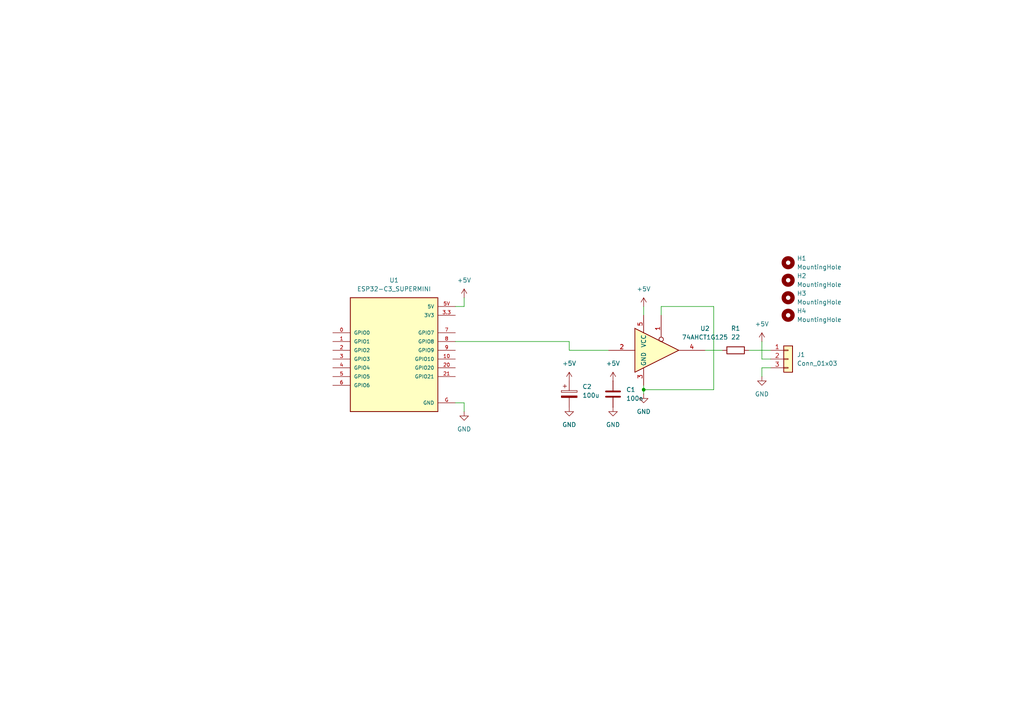
<source format=kicad_sch>
(kicad_sch
	(version 20231120)
	(generator "eeschema")
	(generator_version "8.0")
	(uuid "ffabe0a0-0b00-4fed-9a2f-df172507db8f")
	(paper "A4")
	(lib_symbols
		(symbol "74xGxx:74AHCT1G125"
			(exclude_from_sim no)
			(in_bom yes)
			(on_board yes)
			(property "Reference" "U"
				(at -2.54 3.81 0)
				(effects
					(font
						(size 1.27 1.27)
					)
				)
			)
			(property "Value" "74AHCT1G125"
				(at 0 -3.81 0)
				(effects
					(font
						(size 1.27 1.27)
					)
				)
			)
			(property "Footprint" ""
				(at 0 0 0)
				(effects
					(font
						(size 1.27 1.27)
					)
					(hide yes)
				)
			)
			(property "Datasheet" "http://www.ti.com/lit/sg/scyt129e/scyt129e.pdf"
				(at 0 0 0)
				(effects
					(font
						(size 1.27 1.27)
					)
					(hide yes)
				)
			)
			(property "Description" "Single Buffer Gate Tri-State, Low-Voltage CMOS"
				(at 0 0 0)
				(effects
					(font
						(size 1.27 1.27)
					)
					(hide yes)
				)
			)
			(property "ki_keywords" "Single Gate Buff Tri-State LVC CMOS"
				(at 0 0 0)
				(effects
					(font
						(size 1.27 1.27)
					)
					(hide yes)
				)
			)
			(property "ki_fp_filters" "SOT* SG-*"
				(at 0 0 0)
				(effects
					(font
						(size 1.27 1.27)
					)
					(hide yes)
				)
			)
			(symbol "74AHCT1G125_0_1"
				(polyline
					(pts
						(xy -7.62 6.35) (xy -7.62 -6.35) (xy 5.08 0) (xy -7.62 6.35)
					)
					(stroke
						(width 0.254)
						(type default)
					)
					(fill
						(type background)
					)
				)
			)
			(symbol "74AHCT1G125_1_1"
				(pin input inverted
					(at 0 10.16 270)
					(length 7.62)
					(name "~"
						(effects
							(font
								(size 1.27 1.27)
							)
						)
					)
					(number "1"
						(effects
							(font
								(size 1.27 1.27)
							)
						)
					)
				)
				(pin input line
					(at -15.24 0 0)
					(length 7.62)
					(name "~"
						(effects
							(font
								(size 1.27 1.27)
							)
						)
					)
					(number "2"
						(effects
							(font
								(size 1.27 1.27)
							)
						)
					)
				)
				(pin power_in line
					(at -5.08 -10.16 90)
					(length 5.08)
					(name "GND"
						(effects
							(font
								(size 1.27 1.27)
							)
						)
					)
					(number "3"
						(effects
							(font
								(size 1.27 1.27)
							)
						)
					)
				)
				(pin tri_state line
					(at 12.7 0 180)
					(length 7.62)
					(name "~"
						(effects
							(font
								(size 1.27 1.27)
							)
						)
					)
					(number "4"
						(effects
							(font
								(size 1.27 1.27)
							)
						)
					)
				)
				(pin power_in line
					(at -5.08 10.16 270)
					(length 5.08)
					(name "VCC"
						(effects
							(font
								(size 1.27 1.27)
							)
						)
					)
					(number "5"
						(effects
							(font
								(size 1.27 1.27)
							)
						)
					)
				)
			)
		)
		(symbol "Connector_Generic:Conn_01x03"
			(pin_names
				(offset 1.016) hide)
			(exclude_from_sim no)
			(in_bom yes)
			(on_board yes)
			(property "Reference" "J"
				(at 0 5.08 0)
				(effects
					(font
						(size 1.27 1.27)
					)
				)
			)
			(property "Value" "Conn_01x03"
				(at 0 -5.08 0)
				(effects
					(font
						(size 1.27 1.27)
					)
				)
			)
			(property "Footprint" ""
				(at 0 0 0)
				(effects
					(font
						(size 1.27 1.27)
					)
					(hide yes)
				)
			)
			(property "Datasheet" "~"
				(at 0 0 0)
				(effects
					(font
						(size 1.27 1.27)
					)
					(hide yes)
				)
			)
			(property "Description" "Generic connector, single row, 01x03, script generated (kicad-library-utils/schlib/autogen/connector/)"
				(at 0 0 0)
				(effects
					(font
						(size 1.27 1.27)
					)
					(hide yes)
				)
			)
			(property "ki_keywords" "connector"
				(at 0 0 0)
				(effects
					(font
						(size 1.27 1.27)
					)
					(hide yes)
				)
			)
			(property "ki_fp_filters" "Connector*:*_1x??_*"
				(at 0 0 0)
				(effects
					(font
						(size 1.27 1.27)
					)
					(hide yes)
				)
			)
			(symbol "Conn_01x03_1_1"
				(rectangle
					(start -1.27 -2.413)
					(end 0 -2.667)
					(stroke
						(width 0.1524)
						(type default)
					)
					(fill
						(type none)
					)
				)
				(rectangle
					(start -1.27 0.127)
					(end 0 -0.127)
					(stroke
						(width 0.1524)
						(type default)
					)
					(fill
						(type none)
					)
				)
				(rectangle
					(start -1.27 2.667)
					(end 0 2.413)
					(stroke
						(width 0.1524)
						(type default)
					)
					(fill
						(type none)
					)
				)
				(rectangle
					(start -1.27 3.81)
					(end 1.27 -3.81)
					(stroke
						(width 0.254)
						(type default)
					)
					(fill
						(type background)
					)
				)
				(pin passive line
					(at -5.08 2.54 0)
					(length 3.81)
					(name "Pin_1"
						(effects
							(font
								(size 1.27 1.27)
							)
						)
					)
					(number "1"
						(effects
							(font
								(size 1.27 1.27)
							)
						)
					)
				)
				(pin passive line
					(at -5.08 0 0)
					(length 3.81)
					(name "Pin_2"
						(effects
							(font
								(size 1.27 1.27)
							)
						)
					)
					(number "2"
						(effects
							(font
								(size 1.27 1.27)
							)
						)
					)
				)
				(pin passive line
					(at -5.08 -2.54 0)
					(length 3.81)
					(name "Pin_3"
						(effects
							(font
								(size 1.27 1.27)
							)
						)
					)
					(number "3"
						(effects
							(font
								(size 1.27 1.27)
							)
						)
					)
				)
			)
		)
		(symbol "Device:C"
			(pin_numbers hide)
			(pin_names
				(offset 0.254)
			)
			(exclude_from_sim no)
			(in_bom yes)
			(on_board yes)
			(property "Reference" "C"
				(at 0.635 2.54 0)
				(effects
					(font
						(size 1.27 1.27)
					)
					(justify left)
				)
			)
			(property "Value" "C"
				(at 0.635 -2.54 0)
				(effects
					(font
						(size 1.27 1.27)
					)
					(justify left)
				)
			)
			(property "Footprint" ""
				(at 0.9652 -3.81 0)
				(effects
					(font
						(size 1.27 1.27)
					)
					(hide yes)
				)
			)
			(property "Datasheet" "~"
				(at 0 0 0)
				(effects
					(font
						(size 1.27 1.27)
					)
					(hide yes)
				)
			)
			(property "Description" "Unpolarized capacitor"
				(at 0 0 0)
				(effects
					(font
						(size 1.27 1.27)
					)
					(hide yes)
				)
			)
			(property "ki_keywords" "cap capacitor"
				(at 0 0 0)
				(effects
					(font
						(size 1.27 1.27)
					)
					(hide yes)
				)
			)
			(property "ki_fp_filters" "C_*"
				(at 0 0 0)
				(effects
					(font
						(size 1.27 1.27)
					)
					(hide yes)
				)
			)
			(symbol "C_0_1"
				(polyline
					(pts
						(xy -2.032 -0.762) (xy 2.032 -0.762)
					)
					(stroke
						(width 0.508)
						(type default)
					)
					(fill
						(type none)
					)
				)
				(polyline
					(pts
						(xy -2.032 0.762) (xy 2.032 0.762)
					)
					(stroke
						(width 0.508)
						(type default)
					)
					(fill
						(type none)
					)
				)
			)
			(symbol "C_1_1"
				(pin passive line
					(at 0 3.81 270)
					(length 2.794)
					(name "~"
						(effects
							(font
								(size 1.27 1.27)
							)
						)
					)
					(number "1"
						(effects
							(font
								(size 1.27 1.27)
							)
						)
					)
				)
				(pin passive line
					(at 0 -3.81 90)
					(length 2.794)
					(name "~"
						(effects
							(font
								(size 1.27 1.27)
							)
						)
					)
					(number "2"
						(effects
							(font
								(size 1.27 1.27)
							)
						)
					)
				)
			)
		)
		(symbol "Device:C_Polarized"
			(pin_numbers hide)
			(pin_names
				(offset 0.254)
			)
			(exclude_from_sim no)
			(in_bom yes)
			(on_board yes)
			(property "Reference" "C"
				(at 0.635 2.54 0)
				(effects
					(font
						(size 1.27 1.27)
					)
					(justify left)
				)
			)
			(property "Value" "C_Polarized"
				(at 0.635 -2.54 0)
				(effects
					(font
						(size 1.27 1.27)
					)
					(justify left)
				)
			)
			(property "Footprint" ""
				(at 0.9652 -3.81 0)
				(effects
					(font
						(size 1.27 1.27)
					)
					(hide yes)
				)
			)
			(property "Datasheet" "~"
				(at 0 0 0)
				(effects
					(font
						(size 1.27 1.27)
					)
					(hide yes)
				)
			)
			(property "Description" "Polarized capacitor"
				(at 0 0 0)
				(effects
					(font
						(size 1.27 1.27)
					)
					(hide yes)
				)
			)
			(property "ki_keywords" "cap capacitor"
				(at 0 0 0)
				(effects
					(font
						(size 1.27 1.27)
					)
					(hide yes)
				)
			)
			(property "ki_fp_filters" "CP_*"
				(at 0 0 0)
				(effects
					(font
						(size 1.27 1.27)
					)
					(hide yes)
				)
			)
			(symbol "C_Polarized_0_1"
				(rectangle
					(start -2.286 0.508)
					(end 2.286 1.016)
					(stroke
						(width 0)
						(type default)
					)
					(fill
						(type none)
					)
				)
				(polyline
					(pts
						(xy -1.778 2.286) (xy -0.762 2.286)
					)
					(stroke
						(width 0)
						(type default)
					)
					(fill
						(type none)
					)
				)
				(polyline
					(pts
						(xy -1.27 2.794) (xy -1.27 1.778)
					)
					(stroke
						(width 0)
						(type default)
					)
					(fill
						(type none)
					)
				)
				(rectangle
					(start 2.286 -0.508)
					(end -2.286 -1.016)
					(stroke
						(width 0)
						(type default)
					)
					(fill
						(type outline)
					)
				)
			)
			(symbol "C_Polarized_1_1"
				(pin passive line
					(at 0 3.81 270)
					(length 2.794)
					(name "~"
						(effects
							(font
								(size 1.27 1.27)
							)
						)
					)
					(number "1"
						(effects
							(font
								(size 1.27 1.27)
							)
						)
					)
				)
				(pin passive line
					(at 0 -3.81 90)
					(length 2.794)
					(name "~"
						(effects
							(font
								(size 1.27 1.27)
							)
						)
					)
					(number "2"
						(effects
							(font
								(size 1.27 1.27)
							)
						)
					)
				)
			)
		)
		(symbol "Device:R"
			(pin_numbers hide)
			(pin_names
				(offset 0)
			)
			(exclude_from_sim no)
			(in_bom yes)
			(on_board yes)
			(property "Reference" "R"
				(at 2.032 0 90)
				(effects
					(font
						(size 1.27 1.27)
					)
				)
			)
			(property "Value" "R"
				(at 0 0 90)
				(effects
					(font
						(size 1.27 1.27)
					)
				)
			)
			(property "Footprint" ""
				(at -1.778 0 90)
				(effects
					(font
						(size 1.27 1.27)
					)
					(hide yes)
				)
			)
			(property "Datasheet" "~"
				(at 0 0 0)
				(effects
					(font
						(size 1.27 1.27)
					)
					(hide yes)
				)
			)
			(property "Description" "Resistor"
				(at 0 0 0)
				(effects
					(font
						(size 1.27 1.27)
					)
					(hide yes)
				)
			)
			(property "ki_keywords" "R res resistor"
				(at 0 0 0)
				(effects
					(font
						(size 1.27 1.27)
					)
					(hide yes)
				)
			)
			(property "ki_fp_filters" "R_*"
				(at 0 0 0)
				(effects
					(font
						(size 1.27 1.27)
					)
					(hide yes)
				)
			)
			(symbol "R_0_1"
				(rectangle
					(start -1.016 -2.54)
					(end 1.016 2.54)
					(stroke
						(width 0.254)
						(type default)
					)
					(fill
						(type none)
					)
				)
			)
			(symbol "R_1_1"
				(pin passive line
					(at 0 3.81 270)
					(length 1.27)
					(name "~"
						(effects
							(font
								(size 1.27 1.27)
							)
						)
					)
					(number "1"
						(effects
							(font
								(size 1.27 1.27)
							)
						)
					)
				)
				(pin passive line
					(at 0 -3.81 90)
					(length 1.27)
					(name "~"
						(effects
							(font
								(size 1.27 1.27)
							)
						)
					)
					(number "2"
						(effects
							(font
								(size 1.27 1.27)
							)
						)
					)
				)
			)
		)
		(symbol "ESP32-C3_SUPERMINI:ESP32-C3_SUPERMINI"
			(pin_names
				(offset 1.016)
			)
			(exclude_from_sim no)
			(in_bom yes)
			(on_board yes)
			(property "Reference" "U"
				(at -12.7 16.002 0)
				(effects
					(font
						(size 1.27 1.27)
					)
					(justify left bottom)
				)
			)
			(property "Value" "ESP32-C3_SUPERMINI"
				(at -12.7 -20.32 0)
				(effects
					(font
						(size 1.27 1.27)
					)
					(justify left bottom)
				)
			)
			(property "Footprint" "ESP32-C3_SUPERMINI:MODULE_ESP32-C3_SUPERMINI"
				(at 0 0 0)
				(effects
					(font
						(size 1.27 1.27)
					)
					(justify bottom)
					(hide yes)
				)
			)
			(property "Datasheet" ""
				(at 0 0 0)
				(effects
					(font
						(size 1.27 1.27)
					)
					(hide yes)
				)
			)
			(property "Description" ""
				(at 0 0 0)
				(effects
					(font
						(size 1.27 1.27)
					)
					(hide yes)
				)
			)
			(property "MF" "Espressif Systems"
				(at 0 0 0)
				(effects
					(font
						(size 1.27 1.27)
					)
					(justify bottom)
					(hide yes)
				)
			)
			(property "MAXIMUM_PACKAGE_HEIGHT" "4.2mm"
				(at 0 0 0)
				(effects
					(font
						(size 1.27 1.27)
					)
					(justify bottom)
					(hide yes)
				)
			)
			(property "Package" "Package"
				(at 0 0 0)
				(effects
					(font
						(size 1.27 1.27)
					)
					(justify bottom)
					(hide yes)
				)
			)
			(property "Price" "None"
				(at 0 0 0)
				(effects
					(font
						(size 1.27 1.27)
					)
					(justify bottom)
					(hide yes)
				)
			)
			(property "Check_prices" "https://www.snapeda.com/parts/ESP32-C3%20SuperMini/Espressif+Systems/view-part/?ref=eda"
				(at 0 0 0)
				(effects
					(font
						(size 1.27 1.27)
					)
					(justify bottom)
					(hide yes)
				)
			)
			(property "STANDARD" "Manufacturer Recommendations"
				(at 0 0 0)
				(effects
					(font
						(size 1.27 1.27)
					)
					(justify bottom)
					(hide yes)
				)
			)
			(property "PARTREV" ""
				(at 0 0 0)
				(effects
					(font
						(size 1.27 1.27)
					)
					(justify bottom)
					(hide yes)
				)
			)
			(property "SnapEDA_Link" "https://www.snapeda.com/parts/ESP32-C3%20SuperMini/Espressif+Systems/view-part/?ref=snap"
				(at 0 0 0)
				(effects
					(font
						(size 1.27 1.27)
					)
					(justify bottom)
					(hide yes)
				)
			)
			(property "MP" "ESP32-C3 SuperMini"
				(at 0 0 0)
				(effects
					(font
						(size 1.27 1.27)
					)
					(justify bottom)
					(hide yes)
				)
			)
			(property "Description_1" "\nSuper tiny ESP32-C3 board\n"
				(at 0 0 0)
				(effects
					(font
						(size 1.27 1.27)
					)
					(justify bottom)
					(hide yes)
				)
			)
			(property "Availability" "Not in stock"
				(at 0 0 0)
				(effects
					(font
						(size 1.27 1.27)
					)
					(justify bottom)
					(hide yes)
				)
			)
			(property "MANUFACTURER" "Espressif"
				(at 0 0 0)
				(effects
					(font
						(size 1.27 1.27)
					)
					(justify bottom)
					(hide yes)
				)
			)
			(symbol "ESP32-C3_SUPERMINI_0_0"
				(rectangle
					(start -12.7 -17.78)
					(end 12.7 15.24)
					(stroke
						(width 0.254)
						(type default)
					)
					(fill
						(type background)
					)
				)
				(pin bidirectional line
					(at -17.78 5.08 0)
					(length 5.08)
					(name "GPIO0"
						(effects
							(font
								(size 1.016 1.016)
							)
						)
					)
					(number "0"
						(effects
							(font
								(size 1.016 1.016)
							)
						)
					)
				)
				(pin bidirectional line
					(at -17.78 2.54 0)
					(length 5.08)
					(name "GPIO1"
						(effects
							(font
								(size 1.016 1.016)
							)
						)
					)
					(number "1"
						(effects
							(font
								(size 1.016 1.016)
							)
						)
					)
				)
				(pin bidirectional line
					(at 17.78 -2.54 180)
					(length 5.08)
					(name "GPIO10"
						(effects
							(font
								(size 1.016 1.016)
							)
						)
					)
					(number "10"
						(effects
							(font
								(size 1.016 1.016)
							)
						)
					)
				)
				(pin bidirectional line
					(at -17.78 0 0)
					(length 5.08)
					(name "GPIO2"
						(effects
							(font
								(size 1.016 1.016)
							)
						)
					)
					(number "2"
						(effects
							(font
								(size 1.016 1.016)
							)
						)
					)
				)
				(pin bidirectional line
					(at 17.78 -5.08 180)
					(length 5.08)
					(name "GPIO20"
						(effects
							(font
								(size 1.016 1.016)
							)
						)
					)
					(number "20"
						(effects
							(font
								(size 1.016 1.016)
							)
						)
					)
				)
				(pin bidirectional line
					(at 17.78 -7.62 180)
					(length 5.08)
					(name "GPIO21"
						(effects
							(font
								(size 1.016 1.016)
							)
						)
					)
					(number "21"
						(effects
							(font
								(size 1.016 1.016)
							)
						)
					)
				)
				(pin bidirectional line
					(at -17.78 -2.54 0)
					(length 5.08)
					(name "GPIO3"
						(effects
							(font
								(size 1.016 1.016)
							)
						)
					)
					(number "3"
						(effects
							(font
								(size 1.016 1.016)
							)
						)
					)
				)
				(pin power_in line
					(at 17.78 10.16 180)
					(length 5.08)
					(name "3V3"
						(effects
							(font
								(size 1.016 1.016)
							)
						)
					)
					(number "3.3"
						(effects
							(font
								(size 1.016 1.016)
							)
						)
					)
				)
				(pin bidirectional line
					(at -17.78 -5.08 0)
					(length 5.08)
					(name "GPIO4"
						(effects
							(font
								(size 1.016 1.016)
							)
						)
					)
					(number "4"
						(effects
							(font
								(size 1.016 1.016)
							)
						)
					)
				)
				(pin bidirectional line
					(at -17.78 -7.62 0)
					(length 5.08)
					(name "GPIO5"
						(effects
							(font
								(size 1.016 1.016)
							)
						)
					)
					(number "5"
						(effects
							(font
								(size 1.016 1.016)
							)
						)
					)
				)
				(pin power_in line
					(at 17.78 12.7 180)
					(length 5.08)
					(name "5V"
						(effects
							(font
								(size 1.016 1.016)
							)
						)
					)
					(number "5V"
						(effects
							(font
								(size 1.016 1.016)
							)
						)
					)
				)
				(pin bidirectional line
					(at -17.78 -10.16 0)
					(length 5.08)
					(name "GPIO6"
						(effects
							(font
								(size 1.016 1.016)
							)
						)
					)
					(number "6"
						(effects
							(font
								(size 1.016 1.016)
							)
						)
					)
				)
				(pin bidirectional line
					(at 17.78 5.08 180)
					(length 5.08)
					(name "GPIO7"
						(effects
							(font
								(size 1.016 1.016)
							)
						)
					)
					(number "7"
						(effects
							(font
								(size 1.016 1.016)
							)
						)
					)
				)
				(pin bidirectional line
					(at 17.78 2.54 180)
					(length 5.08)
					(name "GPIO8"
						(effects
							(font
								(size 1.016 1.016)
							)
						)
					)
					(number "8"
						(effects
							(font
								(size 1.016 1.016)
							)
						)
					)
				)
				(pin bidirectional line
					(at 17.78 0 180)
					(length 5.08)
					(name "GPIO9"
						(effects
							(font
								(size 1.016 1.016)
							)
						)
					)
					(number "9"
						(effects
							(font
								(size 1.016 1.016)
							)
						)
					)
				)
				(pin power_in line
					(at 17.78 -15.24 180)
					(length 5.08)
					(name "GND"
						(effects
							(font
								(size 1.016 1.016)
							)
						)
					)
					(number "G"
						(effects
							(font
								(size 1.016 1.016)
							)
						)
					)
				)
			)
		)
		(symbol "Mechanical:MountingHole"
			(pin_names
				(offset 1.016)
			)
			(exclude_from_sim yes)
			(in_bom no)
			(on_board yes)
			(property "Reference" "H"
				(at 0 5.08 0)
				(effects
					(font
						(size 1.27 1.27)
					)
				)
			)
			(property "Value" "MountingHole"
				(at 0 3.175 0)
				(effects
					(font
						(size 1.27 1.27)
					)
				)
			)
			(property "Footprint" ""
				(at 0 0 0)
				(effects
					(font
						(size 1.27 1.27)
					)
					(hide yes)
				)
			)
			(property "Datasheet" "~"
				(at 0 0 0)
				(effects
					(font
						(size 1.27 1.27)
					)
					(hide yes)
				)
			)
			(property "Description" "Mounting Hole without connection"
				(at 0 0 0)
				(effects
					(font
						(size 1.27 1.27)
					)
					(hide yes)
				)
			)
			(property "ki_keywords" "mounting hole"
				(at 0 0 0)
				(effects
					(font
						(size 1.27 1.27)
					)
					(hide yes)
				)
			)
			(property "ki_fp_filters" "MountingHole*"
				(at 0 0 0)
				(effects
					(font
						(size 1.27 1.27)
					)
					(hide yes)
				)
			)
			(symbol "MountingHole_0_1"
				(circle
					(center 0 0)
					(radius 1.27)
					(stroke
						(width 1.27)
						(type default)
					)
					(fill
						(type none)
					)
				)
			)
		)
		(symbol "power:+5V"
			(power)
			(pin_numbers hide)
			(pin_names
				(offset 0) hide)
			(exclude_from_sim no)
			(in_bom yes)
			(on_board yes)
			(property "Reference" "#PWR"
				(at 0 -3.81 0)
				(effects
					(font
						(size 1.27 1.27)
					)
					(hide yes)
				)
			)
			(property "Value" "+5V"
				(at 0 3.556 0)
				(effects
					(font
						(size 1.27 1.27)
					)
				)
			)
			(property "Footprint" ""
				(at 0 0 0)
				(effects
					(font
						(size 1.27 1.27)
					)
					(hide yes)
				)
			)
			(property "Datasheet" ""
				(at 0 0 0)
				(effects
					(font
						(size 1.27 1.27)
					)
					(hide yes)
				)
			)
			(property "Description" "Power symbol creates a global label with name \"+5V\""
				(at 0 0 0)
				(effects
					(font
						(size 1.27 1.27)
					)
					(hide yes)
				)
			)
			(property "ki_keywords" "global power"
				(at 0 0 0)
				(effects
					(font
						(size 1.27 1.27)
					)
					(hide yes)
				)
			)
			(symbol "+5V_0_1"
				(polyline
					(pts
						(xy -0.762 1.27) (xy 0 2.54)
					)
					(stroke
						(width 0)
						(type default)
					)
					(fill
						(type none)
					)
				)
				(polyline
					(pts
						(xy 0 0) (xy 0 2.54)
					)
					(stroke
						(width 0)
						(type default)
					)
					(fill
						(type none)
					)
				)
				(polyline
					(pts
						(xy 0 2.54) (xy 0.762 1.27)
					)
					(stroke
						(width 0)
						(type default)
					)
					(fill
						(type none)
					)
				)
			)
			(symbol "+5V_1_1"
				(pin power_in line
					(at 0 0 90)
					(length 0)
					(name "~"
						(effects
							(font
								(size 1.27 1.27)
							)
						)
					)
					(number "1"
						(effects
							(font
								(size 1.27 1.27)
							)
						)
					)
				)
			)
		)
		(symbol "power:GND"
			(power)
			(pin_numbers hide)
			(pin_names
				(offset 0) hide)
			(exclude_from_sim no)
			(in_bom yes)
			(on_board yes)
			(property "Reference" "#PWR"
				(at 0 -6.35 0)
				(effects
					(font
						(size 1.27 1.27)
					)
					(hide yes)
				)
			)
			(property "Value" "GND"
				(at 0 -3.81 0)
				(effects
					(font
						(size 1.27 1.27)
					)
				)
			)
			(property "Footprint" ""
				(at 0 0 0)
				(effects
					(font
						(size 1.27 1.27)
					)
					(hide yes)
				)
			)
			(property "Datasheet" ""
				(at 0 0 0)
				(effects
					(font
						(size 1.27 1.27)
					)
					(hide yes)
				)
			)
			(property "Description" "Power symbol creates a global label with name \"GND\" , ground"
				(at 0 0 0)
				(effects
					(font
						(size 1.27 1.27)
					)
					(hide yes)
				)
			)
			(property "ki_keywords" "global power"
				(at 0 0 0)
				(effects
					(font
						(size 1.27 1.27)
					)
					(hide yes)
				)
			)
			(symbol "GND_0_1"
				(polyline
					(pts
						(xy 0 0) (xy 0 -1.27) (xy 1.27 -1.27) (xy 0 -2.54) (xy -1.27 -1.27) (xy 0 -1.27)
					)
					(stroke
						(width 0)
						(type default)
					)
					(fill
						(type none)
					)
				)
			)
			(symbol "GND_1_1"
				(pin power_in line
					(at 0 0 270)
					(length 0)
					(name "~"
						(effects
							(font
								(size 1.27 1.27)
							)
						)
					)
					(number "1"
						(effects
							(font
								(size 1.27 1.27)
							)
						)
					)
				)
			)
		)
	)
	(junction
		(at 186.69 113.03)
		(diameter 0)
		(color 0 0 0 0)
		(uuid "19f6fb98-5076-43a0-adeb-293802cda041")
	)
	(wire
		(pts
			(xy 220.98 106.68) (xy 220.98 109.22)
		)
		(stroke
			(width 0)
			(type default)
		)
		(uuid "08fe36fa-943e-489f-9963-3fae039cfd7a")
	)
	(wire
		(pts
			(xy 132.08 116.84) (xy 134.62 116.84)
		)
		(stroke
			(width 0)
			(type default)
		)
		(uuid "119b26e0-d8bf-4b88-8cdd-5f4079dfc17d")
	)
	(wire
		(pts
			(xy 165.1 101.6) (xy 176.53 101.6)
		)
		(stroke
			(width 0)
			(type default)
		)
		(uuid "16e38734-3bd2-4d5e-831b-4007b9ae498f")
	)
	(wire
		(pts
			(xy 134.62 88.9) (xy 134.62 86.36)
		)
		(stroke
			(width 0)
			(type default)
		)
		(uuid "19cfeb4a-5bca-44aa-ad25-5098b1305891")
	)
	(wire
		(pts
			(xy 223.52 106.68) (xy 220.98 106.68)
		)
		(stroke
			(width 0)
			(type default)
		)
		(uuid "2512d965-31f0-41c0-9978-92d06872c738")
	)
	(wire
		(pts
			(xy 204.47 101.6) (xy 209.55 101.6)
		)
		(stroke
			(width 0)
			(type default)
		)
		(uuid "28235259-3985-4901-893e-efdc52cb593a")
	)
	(wire
		(pts
			(xy 186.69 88.9) (xy 186.69 91.44)
		)
		(stroke
			(width 0)
			(type default)
		)
		(uuid "2d1bcc0a-be7d-414a-935b-4ea9c3074228")
	)
	(wire
		(pts
			(xy 165.1 99.06) (xy 165.1 101.6)
		)
		(stroke
			(width 0)
			(type default)
		)
		(uuid "447ff8f5-b4d3-44c3-a548-116d238823e5")
	)
	(wire
		(pts
			(xy 217.17 101.6) (xy 223.52 101.6)
		)
		(stroke
			(width 0)
			(type default)
		)
		(uuid "46815518-51c7-43ce-8696-82fe06964c18")
	)
	(wire
		(pts
			(xy 186.69 111.76) (xy 186.69 113.03)
		)
		(stroke
			(width 0)
			(type default)
		)
		(uuid "59606476-716a-476e-957a-c26239fa132b")
	)
	(wire
		(pts
			(xy 191.77 91.44) (xy 191.77 88.9)
		)
		(stroke
			(width 0)
			(type default)
		)
		(uuid "64ee6ae9-2665-4d66-a778-bacc3d2c5b96")
	)
	(wire
		(pts
			(xy 191.77 88.9) (xy 207.01 88.9)
		)
		(stroke
			(width 0)
			(type default)
		)
		(uuid "835f5610-ce73-470b-b16a-b62702112cc7")
	)
	(wire
		(pts
			(xy 220.98 104.14) (xy 220.98 99.06)
		)
		(stroke
			(width 0)
			(type default)
		)
		(uuid "9644a00d-31b9-4b7c-9fb7-5ed8ffda013e")
	)
	(wire
		(pts
			(xy 223.52 104.14) (xy 220.98 104.14)
		)
		(stroke
			(width 0)
			(type default)
		)
		(uuid "be81694c-73bd-49e8-8054-850d71144703")
	)
	(wire
		(pts
			(xy 207.01 113.03) (xy 186.69 113.03)
		)
		(stroke
			(width 0)
			(type default)
		)
		(uuid "c9d94915-e290-45ea-a41b-ed35f506f49e")
	)
	(wire
		(pts
			(xy 207.01 88.9) (xy 207.01 113.03)
		)
		(stroke
			(width 0)
			(type default)
		)
		(uuid "cdbb0f23-000d-4da5-a650-d2d92db772e7")
	)
	(wire
		(pts
			(xy 186.69 113.03) (xy 186.69 114.3)
		)
		(stroke
			(width 0)
			(type default)
		)
		(uuid "d25c657c-b249-406f-a282-b4ca42fc0ef8")
	)
	(wire
		(pts
			(xy 132.08 99.06) (xy 165.1 99.06)
		)
		(stroke
			(width 0)
			(type default)
		)
		(uuid "d8c9db52-5005-441c-927c-6c03d427b646")
	)
	(wire
		(pts
			(xy 134.62 116.84) (xy 134.62 119.38)
		)
		(stroke
			(width 0)
			(type default)
		)
		(uuid "ee3be7d6-68aa-4660-a36e-1791f7efa668")
	)
	(wire
		(pts
			(xy 132.08 88.9) (xy 134.62 88.9)
		)
		(stroke
			(width 0)
			(type default)
		)
		(uuid "f4bbe081-a339-4c03-ac15-079f2986dcec")
	)
	(symbol
		(lib_id "power:GND")
		(at 177.8 118.11 0)
		(unit 1)
		(exclude_from_sim no)
		(in_bom yes)
		(on_board yes)
		(dnp no)
		(fields_autoplaced yes)
		(uuid "0707cdc9-1218-4bc6-87c0-092014879549")
		(property "Reference" "#PWR07"
			(at 177.8 124.46 0)
			(effects
				(font
					(size 1.27 1.27)
				)
				(hide yes)
			)
		)
		(property "Value" "GND"
			(at 177.8 123.19 0)
			(effects
				(font
					(size 1.27 1.27)
				)
			)
		)
		(property "Footprint" ""
			(at 177.8 118.11 0)
			(effects
				(font
					(size 1.27 1.27)
				)
				(hide yes)
			)
		)
		(property "Datasheet" ""
			(at 177.8 118.11 0)
			(effects
				(font
					(size 1.27 1.27)
				)
				(hide yes)
			)
		)
		(property "Description" "Power symbol creates a global label with name \"GND\" , ground"
			(at 177.8 118.11 0)
			(effects
				(font
					(size 1.27 1.27)
				)
				(hide yes)
			)
		)
		(pin "1"
			(uuid "eb823bc0-a25d-4c2c-a6f3-49663f4ca339")
		)
		(instances
			(project "esp32c3-wled"
				(path "/ffabe0a0-0b00-4fed-9a2f-df172507db8f"
					(reference "#PWR07")
					(unit 1)
				)
			)
		)
	)
	(symbol
		(lib_id "74xGxx:74AHCT1G125")
		(at 191.77 101.6 0)
		(unit 1)
		(exclude_from_sim no)
		(in_bom yes)
		(on_board yes)
		(dnp no)
		(fields_autoplaced yes)
		(uuid "0d9543f7-bcbc-4c5b-bc52-408c2d30bfa0")
		(property "Reference" "U2"
			(at 204.47 95.2814 0)
			(effects
				(font
					(size 1.27 1.27)
				)
			)
		)
		(property "Value" "74AHCT1G125"
			(at 204.47 97.8214 0)
			(effects
				(font
					(size 1.27 1.27)
				)
			)
		)
		(property "Footprint" "Package_TO_SOT_SMD:SOT-353_SC-70-5"
			(at 191.77 101.6 0)
			(effects
				(font
					(size 1.27 1.27)
				)
				(hide yes)
			)
		)
		(property "Datasheet" "http://www.ti.com/lit/sg/scyt129e/scyt129e.pdf"
			(at 191.77 101.6 0)
			(effects
				(font
					(size 1.27 1.27)
				)
				(hide yes)
			)
		)
		(property "Description" "Single Buffer Gate Tri-State, Low-Voltage CMOS"
			(at 191.77 101.6 0)
			(effects
				(font
					(size 1.27 1.27)
				)
				(hide yes)
			)
		)
		(property "LCSC" "C151417"
			(at 191.77 101.6 0)
			(effects
				(font
					(size 1.27 1.27)
				)
				(hide yes)
			)
		)
		(pin "1"
			(uuid "d37bffed-670f-4300-bfbf-2709e7956602")
		)
		(pin "2"
			(uuid "5854534e-8c54-4920-872d-7c96e3d57477")
		)
		(pin "3"
			(uuid "4c2c7fa9-bf2c-4786-bc54-99a007ae01a5")
		)
		(pin "5"
			(uuid "c45e27db-a5a0-419b-9d74-d1704c6b522d")
		)
		(pin "4"
			(uuid "81c3debc-1f89-4a1a-8f05-a78c9eb94099")
		)
		(instances
			(project ""
				(path "/ffabe0a0-0b00-4fed-9a2f-df172507db8f"
					(reference "U2")
					(unit 1)
				)
			)
		)
	)
	(symbol
		(lib_id "Connector_Generic:Conn_01x03")
		(at 228.6 104.14 0)
		(unit 1)
		(exclude_from_sim no)
		(in_bom yes)
		(on_board yes)
		(dnp no)
		(fields_autoplaced yes)
		(uuid "21ba5cfb-4929-47af-a59f-93fe6f6e6c9c")
		(property "Reference" "J1"
			(at 231.14 102.8699 0)
			(effects
				(font
					(size 1.27 1.27)
				)
				(justify left)
			)
		)
		(property "Value" "Conn_01x03"
			(at 231.14 105.4099 0)
			(effects
				(font
					(size 1.27 1.27)
				)
				(justify left)
			)
		)
		(property "Footprint" "Connector_JST:JST_PH_S3B-PH-SM4-TB_1x03-1MP_P2.00mm_Horizontal"
			(at 228.6 104.14 0)
			(effects
				(font
					(size 1.27 1.27)
				)
				(hide yes)
			)
		)
		(property "Datasheet" "~"
			(at 228.6 104.14 0)
			(effects
				(font
					(size 1.27 1.27)
				)
				(hide yes)
			)
		)
		(property "Description" "Generic connector, single row, 01x03, script generated (kicad-library-utils/schlib/autogen/connector/)"
			(at 228.6 104.14 0)
			(effects
				(font
					(size 1.27 1.27)
				)
				(hide yes)
			)
		)
		(property "LCSC" "C707033"
			(at 228.6 104.14 0)
			(effects
				(font
					(size 1.27 1.27)
				)
				(hide yes)
			)
		)
		(pin "1"
			(uuid "7dbd6fbb-9fe0-4a27-9b5a-95e54995490e")
		)
		(pin "3"
			(uuid "9b0ec065-5bb8-434d-b117-253ffaf6e27b")
		)
		(pin "2"
			(uuid "9383a3bd-affe-4978-9382-400eee444e47")
		)
		(instances
			(project ""
				(path "/ffabe0a0-0b00-4fed-9a2f-df172507db8f"
					(reference "J1")
					(unit 1)
				)
			)
		)
	)
	(symbol
		(lib_id "Device:C")
		(at 177.8 114.3 0)
		(unit 1)
		(exclude_from_sim no)
		(in_bom yes)
		(on_board yes)
		(dnp no)
		(fields_autoplaced yes)
		(uuid "3276c335-1fad-4ed8-bba8-717215880c3f")
		(property "Reference" "C1"
			(at 181.61 113.0299 0)
			(effects
				(font
					(size 1.27 1.27)
				)
				(justify left)
			)
		)
		(property "Value" "100n"
			(at 181.61 115.5699 0)
			(effects
				(font
					(size 1.27 1.27)
				)
				(justify left)
			)
		)
		(property "Footprint" "Capacitor_SMD:C_0603_1608Metric"
			(at 178.7652 118.11 0)
			(effects
				(font
					(size 1.27 1.27)
				)
				(hide yes)
			)
		)
		(property "Datasheet" "~"
			(at 177.8 114.3 0)
			(effects
				(font
					(size 1.27 1.27)
				)
				(hide yes)
			)
		)
		(property "Description" "Unpolarized capacitor"
			(at 177.8 114.3 0)
			(effects
				(font
					(size 1.27 1.27)
				)
				(hide yes)
			)
		)
		(property "LCSC" "C14663"
			(at 177.8 114.3 0)
			(effects
				(font
					(size 1.27 1.27)
				)
				(hide yes)
			)
		)
		(pin "2"
			(uuid "74e6fc3a-0208-4a51-bcd2-cce8a71f8795")
		)
		(pin "1"
			(uuid "45a679da-840c-4337-b89a-669a2d9c5e59")
		)
		(instances
			(project ""
				(path "/ffabe0a0-0b00-4fed-9a2f-df172507db8f"
					(reference "C1")
					(unit 1)
				)
			)
		)
	)
	(symbol
		(lib_id "power:+5V")
		(at 165.1 110.49 0)
		(unit 1)
		(exclude_from_sim no)
		(in_bom yes)
		(on_board yes)
		(dnp no)
		(fields_autoplaced yes)
		(uuid "36597ce0-f4f5-4172-a7e8-26745fe30eb9")
		(property "Reference" "#PWR09"
			(at 165.1 114.3 0)
			(effects
				(font
					(size 1.27 1.27)
				)
				(hide yes)
			)
		)
		(property "Value" "+5V"
			(at 165.1 105.41 0)
			(effects
				(font
					(size 1.27 1.27)
				)
			)
		)
		(property "Footprint" ""
			(at 165.1 110.49 0)
			(effects
				(font
					(size 1.27 1.27)
				)
				(hide yes)
			)
		)
		(property "Datasheet" ""
			(at 165.1 110.49 0)
			(effects
				(font
					(size 1.27 1.27)
				)
				(hide yes)
			)
		)
		(property "Description" "Power symbol creates a global label with name \"+5V\""
			(at 165.1 110.49 0)
			(effects
				(font
					(size 1.27 1.27)
				)
				(hide yes)
			)
		)
		(pin "1"
			(uuid "8bfd75bc-97e9-449a-8014-ef1ce83be92f")
		)
		(instances
			(project "esp32c3-wled"
				(path "/ffabe0a0-0b00-4fed-9a2f-df172507db8f"
					(reference "#PWR09")
					(unit 1)
				)
			)
		)
	)
	(symbol
		(lib_id "power:+5V")
		(at 134.62 86.36 0)
		(unit 1)
		(exclude_from_sim no)
		(in_bom yes)
		(on_board yes)
		(dnp no)
		(fields_autoplaced yes)
		(uuid "36f052ba-27db-454b-9f3a-6cdf04580aeb")
		(property "Reference" "#PWR02"
			(at 134.62 90.17 0)
			(effects
				(font
					(size 1.27 1.27)
				)
				(hide yes)
			)
		)
		(property "Value" "+5V"
			(at 134.62 81.28 0)
			(effects
				(font
					(size 1.27 1.27)
				)
			)
		)
		(property "Footprint" ""
			(at 134.62 86.36 0)
			(effects
				(font
					(size 1.27 1.27)
				)
				(hide yes)
			)
		)
		(property "Datasheet" ""
			(at 134.62 86.36 0)
			(effects
				(font
					(size 1.27 1.27)
				)
				(hide yes)
			)
		)
		(property "Description" "Power symbol creates a global label with name \"+5V\""
			(at 134.62 86.36 0)
			(effects
				(font
					(size 1.27 1.27)
				)
				(hide yes)
			)
		)
		(pin "1"
			(uuid "6c482773-8962-46e5-aa11-acef6628dcde")
		)
		(instances
			(project ""
				(path "/ffabe0a0-0b00-4fed-9a2f-df172507db8f"
					(reference "#PWR02")
					(unit 1)
				)
			)
		)
	)
	(symbol
		(lib_id "Mechanical:MountingHole")
		(at 228.6 76.2 0)
		(unit 1)
		(exclude_from_sim yes)
		(in_bom no)
		(on_board yes)
		(dnp no)
		(fields_autoplaced yes)
		(uuid "443d4983-3bcb-4d6e-bef0-6ce96dc27878")
		(property "Reference" "H1"
			(at 231.14 74.9299 0)
			(effects
				(font
					(size 1.27 1.27)
				)
				(justify left)
			)
		)
		(property "Value" "MountingHole"
			(at 231.14 77.4699 0)
			(effects
				(font
					(size 1.27 1.27)
				)
				(justify left)
			)
		)
		(property "Footprint" "MountingHole:MountingHole_3.2mm_M3_ISO7380"
			(at 228.6 76.2 0)
			(effects
				(font
					(size 1.27 1.27)
				)
				(hide yes)
			)
		)
		(property "Datasheet" "~"
			(at 228.6 76.2 0)
			(effects
				(font
					(size 1.27 1.27)
				)
				(hide yes)
			)
		)
		(property "Description" "Mounting Hole without connection"
			(at 228.6 76.2 0)
			(effects
				(font
					(size 1.27 1.27)
				)
				(hide yes)
			)
		)
		(instances
			(project ""
				(path "/ffabe0a0-0b00-4fed-9a2f-df172507db8f"
					(reference "H1")
					(unit 1)
				)
			)
		)
	)
	(symbol
		(lib_id "Mechanical:MountingHole")
		(at 228.6 86.36 0)
		(unit 1)
		(exclude_from_sim yes)
		(in_bom no)
		(on_board yes)
		(dnp no)
		(fields_autoplaced yes)
		(uuid "4536bcd1-cfdf-40a6-b162-33393d68ba47")
		(property "Reference" "H3"
			(at 231.14 85.0899 0)
			(effects
				(font
					(size 1.27 1.27)
				)
				(justify left)
			)
		)
		(property "Value" "MountingHole"
			(at 231.14 87.6299 0)
			(effects
				(font
					(size 1.27 1.27)
				)
				(justify left)
			)
		)
		(property "Footprint" "MountingHole:MountingHole_3.2mm_M3_ISO7380"
			(at 228.6 86.36 0)
			(effects
				(font
					(size 1.27 1.27)
				)
				(hide yes)
			)
		)
		(property "Datasheet" "~"
			(at 228.6 86.36 0)
			(effects
				(font
					(size 1.27 1.27)
				)
				(hide yes)
			)
		)
		(property "Description" "Mounting Hole without connection"
			(at 228.6 86.36 0)
			(effects
				(font
					(size 1.27 1.27)
				)
				(hide yes)
			)
		)
		(instances
			(project "esp32c3-wled"
				(path "/ffabe0a0-0b00-4fed-9a2f-df172507db8f"
					(reference "H3")
					(unit 1)
				)
			)
		)
	)
	(symbol
		(lib_id "Device:C_Polarized")
		(at 165.1 114.3 0)
		(unit 1)
		(exclude_from_sim no)
		(in_bom yes)
		(on_board yes)
		(dnp no)
		(fields_autoplaced yes)
		(uuid "76b94c3a-e29e-4127-be84-7fd1a8ecac23")
		(property "Reference" "C2"
			(at 168.91 112.1409 0)
			(effects
				(font
					(size 1.27 1.27)
				)
				(justify left)
			)
		)
		(property "Value" "100u"
			(at 168.91 114.6809 0)
			(effects
				(font
					(size 1.27 1.27)
				)
				(justify left)
			)
		)
		(property "Footprint" "Capacitor_SMD:CP_Elec_8x10.5"
			(at 166.0652 118.11 0)
			(effects
				(font
					(size 1.27 1.27)
				)
				(hide yes)
			)
		)
		(property "Datasheet" "~"
			(at 165.1 114.3 0)
			(effects
				(font
					(size 1.27 1.27)
				)
				(hide yes)
			)
		)
		(property "Description" "Polarized capacitor"
			(at 165.1 114.3 0)
			(effects
				(font
					(size 1.27 1.27)
				)
				(hide yes)
			)
		)
		(property "LCSC" "C401846"
			(at 165.1 114.3 0)
			(effects
				(font
					(size 1.27 1.27)
				)
				(hide yes)
			)
		)
		(pin "1"
			(uuid "5fbd9fac-b0de-47f8-a6bf-2c3dc253a777")
		)
		(pin "2"
			(uuid "275555af-a4b5-47cc-b2ff-a525ccf68511")
		)
		(instances
			(project ""
				(path "/ffabe0a0-0b00-4fed-9a2f-df172507db8f"
					(reference "C2")
					(unit 1)
				)
			)
		)
	)
	(symbol
		(lib_id "power:GND")
		(at 134.62 119.38 0)
		(unit 1)
		(exclude_from_sim no)
		(in_bom yes)
		(on_board yes)
		(dnp no)
		(fields_autoplaced yes)
		(uuid "8519dfcc-d3fe-439d-95fc-efe73c1d2f01")
		(property "Reference" "#PWR01"
			(at 134.62 125.73 0)
			(effects
				(font
					(size 1.27 1.27)
				)
				(hide yes)
			)
		)
		(property "Value" "GND"
			(at 134.62 124.46 0)
			(effects
				(font
					(size 1.27 1.27)
				)
			)
		)
		(property "Footprint" ""
			(at 134.62 119.38 0)
			(effects
				(font
					(size 1.27 1.27)
				)
				(hide yes)
			)
		)
		(property "Datasheet" ""
			(at 134.62 119.38 0)
			(effects
				(font
					(size 1.27 1.27)
				)
				(hide yes)
			)
		)
		(property "Description" "Power symbol creates a global label with name \"GND\" , ground"
			(at 134.62 119.38 0)
			(effects
				(font
					(size 1.27 1.27)
				)
				(hide yes)
			)
		)
		(pin "1"
			(uuid "02c5f92d-27fb-4e58-bbcf-4d4214144256")
		)
		(instances
			(project ""
				(path "/ffabe0a0-0b00-4fed-9a2f-df172507db8f"
					(reference "#PWR01")
					(unit 1)
				)
			)
		)
	)
	(symbol
		(lib_id "ESP32-C3_SUPERMINI:ESP32-C3_SUPERMINI")
		(at 114.3 101.6 0)
		(unit 1)
		(exclude_from_sim no)
		(in_bom yes)
		(on_board yes)
		(dnp no)
		(fields_autoplaced yes)
		(uuid "88d5a1d8-8549-4ed7-8328-cbecae551f7f")
		(property "Reference" "U1"
			(at 114.3 81.28 0)
			(effects
				(font
					(size 1.27 1.27)
				)
			)
		)
		(property "Value" "ESP32-C3_SUPERMINI"
			(at 114.3 83.82 0)
			(effects
				(font
					(size 1.27 1.27)
				)
			)
		)
		(property "Footprint" "esp32-c3:MODULE_ESP32-C3_SUPERMINI"
			(at 114.3 101.6 0)
			(effects
				(font
					(size 1.27 1.27)
				)
				(justify bottom)
				(hide yes)
			)
		)
		(property "Datasheet" ""
			(at 114.3 101.6 0)
			(effects
				(font
					(size 1.27 1.27)
				)
				(hide yes)
			)
		)
		(property "Description" ""
			(at 114.3 101.6 0)
			(effects
				(font
					(size 1.27 1.27)
				)
				(hide yes)
			)
		)
		(property "MF" "Espressif Systems"
			(at 114.3 101.6 0)
			(effects
				(font
					(size 1.27 1.27)
				)
				(justify bottom)
				(hide yes)
			)
		)
		(property "MAXIMUM_PACKAGE_HEIGHT" "4.2mm"
			(at 114.3 101.6 0)
			(effects
				(font
					(size 1.27 1.27)
				)
				(justify bottom)
				(hide yes)
			)
		)
		(property "Package" "Package"
			(at 114.3 101.6 0)
			(effects
				(font
					(size 1.27 1.27)
				)
				(justify bottom)
				(hide yes)
			)
		)
		(property "Price" "None"
			(at 114.3 101.6 0)
			(effects
				(font
					(size 1.27 1.27)
				)
				(justify bottom)
				(hide yes)
			)
		)
		(property "Check_prices" "https://www.snapeda.com/parts/ESP32-C3%20SuperMini/Espressif+Systems/view-part/?ref=eda"
			(at 114.3 101.6 0)
			(effects
				(font
					(size 1.27 1.27)
				)
				(justify bottom)
				(hide yes)
			)
		)
		(property "STANDARD" "Manufacturer Recommendations"
			(at 114.3 101.6 0)
			(effects
				(font
					(size 1.27 1.27)
				)
				(justify bottom)
				(hide yes)
			)
		)
		(property "PARTREV" ""
			(at 114.3 101.6 0)
			(effects
				(font
					(size 1.27 1.27)
				)
				(justify bottom)
				(hide yes)
			)
		)
		(property "SnapEDA_Link" "https://www.snapeda.com/parts/ESP32-C3%20SuperMini/Espressif+Systems/view-part/?ref=snap"
			(at 114.3 101.6 0)
			(effects
				(font
					(size 1.27 1.27)
				)
				(justify bottom)
				(hide yes)
			)
		)
		(property "MP" "ESP32-C3 SuperMini"
			(at 114.3 101.6 0)
			(effects
				(font
					(size 1.27 1.27)
				)
				(justify bottom)
				(hide yes)
			)
		)
		(property "Description_1" "\nSuper tiny ESP32-C3 board\n"
			(at 114.3 101.6 0)
			(effects
				(font
					(size 1.27 1.27)
				)
				(justify bottom)
				(hide yes)
			)
		)
		(property "Availability" "Not in stock"
			(at 114.3 101.6 0)
			(effects
				(font
					(size 1.27 1.27)
				)
				(justify bottom)
				(hide yes)
			)
		)
		(property "MANUFACTURER" "Espressif"
			(at 114.3 101.6 0)
			(effects
				(font
					(size 1.27 1.27)
				)
				(justify bottom)
				(hide yes)
			)
		)
		(pin "21"
			(uuid "153e117b-2ed6-4b31-bb9d-d8177d800f20")
		)
		(pin "7"
			(uuid "1ccb809a-b198-4259-a253-abe9f2d8c793")
		)
		(pin "9"
			(uuid "68fafbc4-2083-4263-ab32-35e83c021131")
		)
		(pin "1"
			(uuid "5f7b5c8d-d277-47e8-b4d9-463145235dce")
		)
		(pin "6"
			(uuid "1e820bdb-eae0-49e4-a8e9-7d3d30b90f77")
		)
		(pin "5V"
			(uuid "c9210ddd-00a3-4934-8700-1f58428d2abf")
		)
		(pin "8"
			(uuid "39ab55bd-502a-4292-a0f6-6322a6adf097")
		)
		(pin "2"
			(uuid "c3e03c40-d169-4b28-b659-21fd79c5f9c5")
		)
		(pin "G"
			(uuid "722a43c2-233c-4cad-89c9-352900cb4247")
		)
		(pin "20"
			(uuid "7e285029-e00b-4ea7-beb6-e9cc4a11a32c")
		)
		(pin "3"
			(uuid "3403dd4e-cd95-4959-a612-736860ead512")
		)
		(pin "0"
			(uuid "aace78c2-b7cd-44c4-8a8a-239eb6d5d0c6")
		)
		(pin "5"
			(uuid "0c72c256-c9c5-4428-bbe2-5cde6c2513c9")
		)
		(pin "3.3"
			(uuid "5aa4b380-77f8-4b94-9764-8324c2a22aca")
		)
		(pin "10"
			(uuid "61e349c6-fb4c-4441-b8d1-0fc4f85202ee")
		)
		(pin "4"
			(uuid "522ca5c9-c71a-4e5d-b2c9-978e218591f3")
		)
		(instances
			(project ""
				(path "/ffabe0a0-0b00-4fed-9a2f-df172507db8f"
					(reference "U1")
					(unit 1)
				)
			)
		)
	)
	(symbol
		(lib_id "power:+5V")
		(at 186.69 88.9 0)
		(unit 1)
		(exclude_from_sim no)
		(in_bom yes)
		(on_board yes)
		(dnp no)
		(fields_autoplaced yes)
		(uuid "95cf1f3e-2336-4ece-8f9b-1f52fc11e64c")
		(property "Reference" "#PWR04"
			(at 186.69 92.71 0)
			(effects
				(font
					(size 1.27 1.27)
				)
				(hide yes)
			)
		)
		(property "Value" "+5V"
			(at 186.69 83.82 0)
			(effects
				(font
					(size 1.27 1.27)
				)
			)
		)
		(property "Footprint" ""
			(at 186.69 88.9 0)
			(effects
				(font
					(size 1.27 1.27)
				)
				(hide yes)
			)
		)
		(property "Datasheet" ""
			(at 186.69 88.9 0)
			(effects
				(font
					(size 1.27 1.27)
				)
				(hide yes)
			)
		)
		(property "Description" "Power symbol creates a global label with name \"+5V\""
			(at 186.69 88.9 0)
			(effects
				(font
					(size 1.27 1.27)
				)
				(hide yes)
			)
		)
		(pin "1"
			(uuid "d406ae1d-43eb-42f0-a869-9f6e3e08e676")
		)
		(instances
			(project "esp32c3-wled"
				(path "/ffabe0a0-0b00-4fed-9a2f-df172507db8f"
					(reference "#PWR04")
					(unit 1)
				)
			)
		)
	)
	(symbol
		(lib_id "power:+5V")
		(at 177.8 110.49 0)
		(unit 1)
		(exclude_from_sim no)
		(in_bom yes)
		(on_board yes)
		(dnp no)
		(fields_autoplaced yes)
		(uuid "a52249d3-26eb-42b7-a834-b37c4fcf7efe")
		(property "Reference" "#PWR08"
			(at 177.8 114.3 0)
			(effects
				(font
					(size 1.27 1.27)
				)
				(hide yes)
			)
		)
		(property "Value" "+5V"
			(at 177.8 105.41 0)
			(effects
				(font
					(size 1.27 1.27)
				)
			)
		)
		(property "Footprint" ""
			(at 177.8 110.49 0)
			(effects
				(font
					(size 1.27 1.27)
				)
				(hide yes)
			)
		)
		(property "Datasheet" ""
			(at 177.8 110.49 0)
			(effects
				(font
					(size 1.27 1.27)
				)
				(hide yes)
			)
		)
		(property "Description" "Power symbol creates a global label with name \"+5V\""
			(at 177.8 110.49 0)
			(effects
				(font
					(size 1.27 1.27)
				)
				(hide yes)
			)
		)
		(pin "1"
			(uuid "a4500b47-d64e-461d-bfba-3efc61c9dbd8")
		)
		(instances
			(project "esp32c3-wled"
				(path "/ffabe0a0-0b00-4fed-9a2f-df172507db8f"
					(reference "#PWR08")
					(unit 1)
				)
			)
		)
	)
	(symbol
		(lib_id "Device:R")
		(at 213.36 101.6 90)
		(unit 1)
		(exclude_from_sim no)
		(in_bom yes)
		(on_board yes)
		(dnp no)
		(fields_autoplaced yes)
		(uuid "a6076081-39bf-4613-adb2-986d01f4d5ee")
		(property "Reference" "R1"
			(at 213.36 95.25 90)
			(effects
				(font
					(size 1.27 1.27)
				)
			)
		)
		(property "Value" "22"
			(at 213.36 97.79 90)
			(effects
				(font
					(size 1.27 1.27)
				)
			)
		)
		(property "Footprint" "Resistor_SMD:R_0603_1608Metric"
			(at 213.36 103.378 90)
			(effects
				(font
					(size 1.27 1.27)
				)
				(hide yes)
			)
		)
		(property "Datasheet" "~"
			(at 213.36 101.6 0)
			(effects
				(font
					(size 1.27 1.27)
				)
				(hide yes)
			)
		)
		(property "Description" "Resistor"
			(at 213.36 101.6 0)
			(effects
				(font
					(size 1.27 1.27)
				)
				(hide yes)
			)
		)
		(property "LCSC" "C23345"
			(at 213.36 101.6 90)
			(effects
				(font
					(size 1.27 1.27)
				)
				(hide yes)
			)
		)
		(pin "2"
			(uuid "3fbb3f18-d19b-4d7b-84f2-662a302775db")
		)
		(pin "1"
			(uuid "91b7119c-8687-453e-9af6-f97da6ce0dbd")
		)
		(instances
			(project ""
				(path "/ffabe0a0-0b00-4fed-9a2f-df172507db8f"
					(reference "R1")
					(unit 1)
				)
			)
		)
	)
	(symbol
		(lib_id "power:+5V")
		(at 220.98 99.06 0)
		(unit 1)
		(exclude_from_sim no)
		(in_bom yes)
		(on_board yes)
		(dnp no)
		(fields_autoplaced yes)
		(uuid "b898f905-094d-4959-b40c-4bea047e10d1")
		(property "Reference" "#PWR05"
			(at 220.98 102.87 0)
			(effects
				(font
					(size 1.27 1.27)
				)
				(hide yes)
			)
		)
		(property "Value" "+5V"
			(at 220.98 93.98 0)
			(effects
				(font
					(size 1.27 1.27)
				)
			)
		)
		(property "Footprint" ""
			(at 220.98 99.06 0)
			(effects
				(font
					(size 1.27 1.27)
				)
				(hide yes)
			)
		)
		(property "Datasheet" ""
			(at 220.98 99.06 0)
			(effects
				(font
					(size 1.27 1.27)
				)
				(hide yes)
			)
		)
		(property "Description" "Power symbol creates a global label with name \"+5V\""
			(at 220.98 99.06 0)
			(effects
				(font
					(size 1.27 1.27)
				)
				(hide yes)
			)
		)
		(pin "1"
			(uuid "59c16817-c2d4-4a99-96ce-6f4ec5e80fd7")
		)
		(instances
			(project "esp32c3-wled"
				(path "/ffabe0a0-0b00-4fed-9a2f-df172507db8f"
					(reference "#PWR05")
					(unit 1)
				)
			)
		)
	)
	(symbol
		(lib_id "Mechanical:MountingHole")
		(at 228.6 81.28 0)
		(unit 1)
		(exclude_from_sim yes)
		(in_bom no)
		(on_board yes)
		(dnp no)
		(fields_autoplaced yes)
		(uuid "b9231c26-f778-496a-9376-f630b2179879")
		(property "Reference" "H2"
			(at 231.14 80.0099 0)
			(effects
				(font
					(size 1.27 1.27)
				)
				(justify left)
			)
		)
		(property "Value" "MountingHole"
			(at 231.14 82.5499 0)
			(effects
				(font
					(size 1.27 1.27)
				)
				(justify left)
			)
		)
		(property "Footprint" "MountingHole:MountingHole_3.2mm_M3_ISO7380"
			(at 228.6 81.28 0)
			(effects
				(font
					(size 1.27 1.27)
				)
				(hide yes)
			)
		)
		(property "Datasheet" "~"
			(at 228.6 81.28 0)
			(effects
				(font
					(size 1.27 1.27)
				)
				(hide yes)
			)
		)
		(property "Description" "Mounting Hole without connection"
			(at 228.6 81.28 0)
			(effects
				(font
					(size 1.27 1.27)
				)
				(hide yes)
			)
		)
		(instances
			(project "esp32c3-wled"
				(path "/ffabe0a0-0b00-4fed-9a2f-df172507db8f"
					(reference "H2")
					(unit 1)
				)
			)
		)
	)
	(symbol
		(lib_id "Mechanical:MountingHole")
		(at 228.6 91.44 0)
		(unit 1)
		(exclude_from_sim yes)
		(in_bom no)
		(on_board yes)
		(dnp no)
		(fields_autoplaced yes)
		(uuid "cdd3f4ea-fb96-476b-aa6b-3139be968a79")
		(property "Reference" "H4"
			(at 231.14 90.1699 0)
			(effects
				(font
					(size 1.27 1.27)
				)
				(justify left)
			)
		)
		(property "Value" "MountingHole"
			(at 231.14 92.7099 0)
			(effects
				(font
					(size 1.27 1.27)
				)
				(justify left)
			)
		)
		(property "Footprint" "MountingHole:MountingHole_3.2mm_M3_ISO7380"
			(at 228.6 91.44 0)
			(effects
				(font
					(size 1.27 1.27)
				)
				(hide yes)
			)
		)
		(property "Datasheet" "~"
			(at 228.6 91.44 0)
			(effects
				(font
					(size 1.27 1.27)
				)
				(hide yes)
			)
		)
		(property "Description" "Mounting Hole without connection"
			(at 228.6 91.44 0)
			(effects
				(font
					(size 1.27 1.27)
				)
				(hide yes)
			)
		)
		(instances
			(project "esp32c3-wled"
				(path "/ffabe0a0-0b00-4fed-9a2f-df172507db8f"
					(reference "H4")
					(unit 1)
				)
			)
		)
	)
	(symbol
		(lib_id "power:GND")
		(at 165.1 118.11 0)
		(unit 1)
		(exclude_from_sim no)
		(in_bom yes)
		(on_board yes)
		(dnp no)
		(fields_autoplaced yes)
		(uuid "ceddeb91-0350-4a62-8cfd-83625c6d5cba")
		(property "Reference" "#PWR010"
			(at 165.1 124.46 0)
			(effects
				(font
					(size 1.27 1.27)
				)
				(hide yes)
			)
		)
		(property "Value" "GND"
			(at 165.1 123.19 0)
			(effects
				(font
					(size 1.27 1.27)
				)
			)
		)
		(property "Footprint" ""
			(at 165.1 118.11 0)
			(effects
				(font
					(size 1.27 1.27)
				)
				(hide yes)
			)
		)
		(property "Datasheet" ""
			(at 165.1 118.11 0)
			(effects
				(font
					(size 1.27 1.27)
				)
				(hide yes)
			)
		)
		(property "Description" "Power symbol creates a global label with name \"GND\" , ground"
			(at 165.1 118.11 0)
			(effects
				(font
					(size 1.27 1.27)
				)
				(hide yes)
			)
		)
		(pin "1"
			(uuid "5e9c0ab1-ad8c-4b50-9bb2-0e727ff9039d")
		)
		(instances
			(project "esp32c3-wled"
				(path "/ffabe0a0-0b00-4fed-9a2f-df172507db8f"
					(reference "#PWR010")
					(unit 1)
				)
			)
		)
	)
	(symbol
		(lib_id "power:GND")
		(at 186.69 114.3 0)
		(unit 1)
		(exclude_from_sim no)
		(in_bom yes)
		(on_board yes)
		(dnp no)
		(fields_autoplaced yes)
		(uuid "dda862b3-1f5c-45d2-9868-3e5c27ae382b")
		(property "Reference" "#PWR03"
			(at 186.69 120.65 0)
			(effects
				(font
					(size 1.27 1.27)
				)
				(hide yes)
			)
		)
		(property "Value" "GND"
			(at 186.69 119.38 0)
			(effects
				(font
					(size 1.27 1.27)
				)
			)
		)
		(property "Footprint" ""
			(at 186.69 114.3 0)
			(effects
				(font
					(size 1.27 1.27)
				)
				(hide yes)
			)
		)
		(property "Datasheet" ""
			(at 186.69 114.3 0)
			(effects
				(font
					(size 1.27 1.27)
				)
				(hide yes)
			)
		)
		(property "Description" "Power symbol creates a global label with name \"GND\" , ground"
			(at 186.69 114.3 0)
			(effects
				(font
					(size 1.27 1.27)
				)
				(hide yes)
			)
		)
		(pin "1"
			(uuid "95d494db-432b-4e71-a554-e1dfa05ee66e")
		)
		(instances
			(project "esp32c3-wled"
				(path "/ffabe0a0-0b00-4fed-9a2f-df172507db8f"
					(reference "#PWR03")
					(unit 1)
				)
			)
		)
	)
	(symbol
		(lib_id "power:GND")
		(at 220.98 109.22 0)
		(unit 1)
		(exclude_from_sim no)
		(in_bom yes)
		(on_board yes)
		(dnp no)
		(fields_autoplaced yes)
		(uuid "eb77af38-2317-4d98-97de-9f231d77d3f8")
		(property "Reference" "#PWR06"
			(at 220.98 115.57 0)
			(effects
				(font
					(size 1.27 1.27)
				)
				(hide yes)
			)
		)
		(property "Value" "GND"
			(at 220.98 114.3 0)
			(effects
				(font
					(size 1.27 1.27)
				)
			)
		)
		(property "Footprint" ""
			(at 220.98 109.22 0)
			(effects
				(font
					(size 1.27 1.27)
				)
				(hide yes)
			)
		)
		(property "Datasheet" ""
			(at 220.98 109.22 0)
			(effects
				(font
					(size 1.27 1.27)
				)
				(hide yes)
			)
		)
		(property "Description" "Power symbol creates a global label with name \"GND\" , ground"
			(at 220.98 109.22 0)
			(effects
				(font
					(size 1.27 1.27)
				)
				(hide yes)
			)
		)
		(pin "1"
			(uuid "639112ff-a074-46e3-aecd-ff126b47e5d5")
		)
		(instances
			(project "esp32c3-wled"
				(path "/ffabe0a0-0b00-4fed-9a2f-df172507db8f"
					(reference "#PWR06")
					(unit 1)
				)
			)
		)
	)
	(sheet_instances
		(path "/"
			(page "1")
		)
	)
)

</source>
